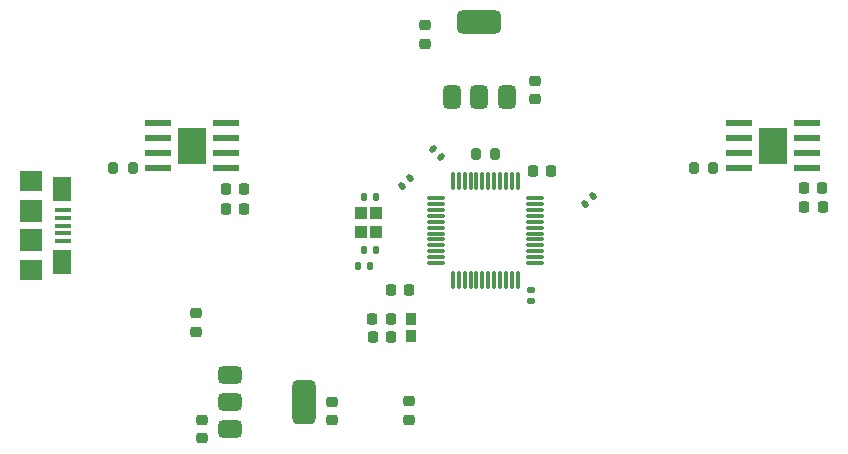
<source format=gtp>
G04 #@! TF.GenerationSoftware,KiCad,Pcbnew,9.0.2+dfsg-1*
G04 #@! TF.CreationDate,2025-08-18T22:10:54-04:00*
G04 #@! TF.ProjectId,Complex_Controller_V1,436f6d70-6c65-4785-9f43-6f6e74726f6c,rev?*
G04 #@! TF.SameCoordinates,Original*
G04 #@! TF.FileFunction,Paste,Top*
G04 #@! TF.FilePolarity,Positive*
%FSLAX46Y46*%
G04 Gerber Fmt 4.6, Leading zero omitted, Abs format (unit mm)*
G04 Created by KiCad (PCBNEW 9.0.2+dfsg-1) date 2025-08-18 22:10:54*
%MOMM*%
%LPD*%
G01*
G04 APERTURE LIST*
G04 Aperture macros list*
%AMRoundRect*
0 Rectangle with rounded corners*
0 $1 Rounding radius*
0 $2 $3 $4 $5 $6 $7 $8 $9 X,Y pos of 4 corners*
0 Add a 4 corners polygon primitive as box body*
4,1,4,$2,$3,$4,$5,$6,$7,$8,$9,$2,$3,0*
0 Add four circle primitives for the rounded corners*
1,1,$1+$1,$2,$3*
1,1,$1+$1,$4,$5*
1,1,$1+$1,$6,$7*
1,1,$1+$1,$8,$9*
0 Add four rect primitives between the rounded corners*
20,1,$1+$1,$2,$3,$4,$5,0*
20,1,$1+$1,$4,$5,$6,$7,0*
20,1,$1+$1,$6,$7,$8,$9,0*
20,1,$1+$1,$8,$9,$2,$3,0*%
G04 Aperture macros list end*
%ADD10RoundRect,0.225000X-0.250000X0.225000X-0.250000X-0.225000X0.250000X-0.225000X0.250000X0.225000X0*%
%ADD11RoundRect,0.140000X0.140000X0.170000X-0.140000X0.170000X-0.140000X-0.170000X0.140000X-0.170000X0*%
%ADD12RoundRect,0.225000X0.250000X-0.225000X0.250000X0.225000X-0.250000X0.225000X-0.250000X-0.225000X0*%
%ADD13RoundRect,0.140000X0.021213X-0.219203X0.219203X-0.021213X-0.021213X0.219203X-0.219203X0.021213X0*%
%ADD14RoundRect,0.200000X-0.200000X-0.275000X0.200000X-0.275000X0.200000X0.275000X-0.200000X0.275000X0*%
%ADD15RoundRect,0.200000X0.200000X0.275000X-0.200000X0.275000X-0.200000X-0.275000X0.200000X-0.275000X0*%
%ADD16R,2.400000X3.100000*%
%ADD17R,2.200000X0.500000*%
%ADD18RoundRect,0.140000X-0.170000X0.140000X-0.170000X-0.140000X0.170000X-0.140000X0.170000X0.140000X0*%
%ADD19R,1.000000X1.100000*%
%ADD20R,0.970000X1.000000*%
%ADD21R,1.350000X0.400000*%
%ADD22R,1.600000X2.100000*%
%ADD23R,1.900000X1.800000*%
%ADD24R,1.900000X1.900000*%
%ADD25RoundRect,0.075000X-0.662500X-0.075000X0.662500X-0.075000X0.662500X0.075000X-0.662500X0.075000X0*%
%ADD26RoundRect,0.075000X-0.075000X-0.662500X0.075000X-0.662500X0.075000X0.662500X-0.075000X0.662500X0*%
%ADD27RoundRect,0.225000X0.225000X0.250000X-0.225000X0.250000X-0.225000X-0.250000X0.225000X-0.250000X0*%
%ADD28RoundRect,0.375000X-0.625000X-0.375000X0.625000X-0.375000X0.625000X0.375000X-0.625000X0.375000X0*%
%ADD29RoundRect,0.500000X-0.500000X-1.400000X0.500000X-1.400000X0.500000X1.400000X-0.500000X1.400000X0*%
%ADD30RoundRect,0.140000X-0.140000X-0.170000X0.140000X-0.170000X0.140000X0.170000X-0.140000X0.170000X0*%
%ADD31RoundRect,0.218750X0.256250X-0.218750X0.256250X0.218750X-0.256250X0.218750X-0.256250X-0.218750X0*%
%ADD32RoundRect,0.375000X0.375000X-0.625000X0.375000X0.625000X-0.375000X0.625000X-0.375000X-0.625000X0*%
%ADD33RoundRect,0.500000X1.400000X-0.500000X1.400000X0.500000X-1.400000X0.500000X-1.400000X-0.500000X0*%
%ADD34RoundRect,0.140000X0.219203X0.021213X0.021213X0.219203X-0.219203X-0.021213X-0.021213X-0.219203X0*%
%ADD35RoundRect,0.225000X-0.225000X-0.250000X0.225000X-0.250000X0.225000X0.250000X-0.225000X0.250000X0*%
G04 APERTURE END LIST*
D10*
X124325000Y-120000000D03*
X124325000Y-121550000D03*
X143216402Y-86628356D03*
X143216402Y-88178356D03*
D11*
X139025003Y-101150000D03*
X138065003Y-101150000D03*
D12*
X141849402Y-120000000D03*
X141849402Y-118450000D03*
D13*
X156745189Y-101745189D03*
X157424011Y-101066367D03*
D14*
X116818185Y-98703894D03*
X118468185Y-98703894D03*
D15*
X149150000Y-97500000D03*
X147500000Y-97500000D03*
D16*
X172675000Y-96800000D03*
D17*
X169800000Y-94895000D03*
X169800000Y-96165000D03*
X169800000Y-97435000D03*
X169800000Y-98705000D03*
X175550000Y-98705000D03*
X175550000Y-97435000D03*
X175550000Y-96165000D03*
X175550000Y-94895000D03*
D16*
X123475000Y-96800000D03*
D17*
X120600000Y-94895000D03*
X120600000Y-96165000D03*
X120600000Y-97435000D03*
X120600000Y-98705000D03*
X126350000Y-98705000D03*
X126350000Y-97435000D03*
X126350000Y-96165000D03*
X126350000Y-94895000D03*
D18*
X152220267Y-109001000D03*
X152220267Y-109961000D03*
D19*
X139025003Y-104150000D03*
X139025002Y-102500000D03*
X137774999Y-102500000D03*
X137775000Y-104150000D03*
D20*
X142003832Y-112962753D03*
X142003832Y-111492753D03*
D21*
X112567349Y-102276281D03*
X112567349Y-102926281D03*
X112567349Y-103576281D03*
X112567349Y-104226281D03*
X112567349Y-104876281D03*
D22*
X112442349Y-100476281D03*
X112442349Y-106676281D03*
D23*
X109892349Y-99776281D03*
D24*
X109892349Y-102376281D03*
X109892349Y-104776281D03*
D23*
X109892349Y-107376281D03*
D25*
X144162500Y-101250000D03*
X144162500Y-101750000D03*
X144162500Y-102250000D03*
X144162500Y-102750000D03*
X144162500Y-103250000D03*
X144162500Y-103750000D03*
X144162500Y-104250000D03*
X144162500Y-104750000D03*
X144162500Y-105250000D03*
X144162500Y-105750000D03*
X144162500Y-106250000D03*
X144162500Y-106750000D03*
D26*
X145575000Y-108162500D03*
X146075000Y-108162500D03*
X146575000Y-108162500D03*
X147075000Y-108162500D03*
X147575000Y-108162500D03*
X148075000Y-108162500D03*
X148575000Y-108162500D03*
X149075000Y-108162500D03*
X149575000Y-108162500D03*
X150075000Y-108162500D03*
X150575000Y-108162500D03*
X151075000Y-108162500D03*
D25*
X152487500Y-106750000D03*
X152487500Y-106250000D03*
X152487500Y-105750000D03*
X152487500Y-105250000D03*
X152487500Y-104750000D03*
X152487500Y-104250000D03*
X152487500Y-103750000D03*
X152487500Y-103250000D03*
X152487500Y-102750000D03*
X152487500Y-102250000D03*
X152487500Y-101750000D03*
X152487500Y-101250000D03*
D26*
X151075000Y-99837500D03*
X150575000Y-99837500D03*
X150075000Y-99837500D03*
X149575000Y-99837500D03*
X149075000Y-99837500D03*
X148575000Y-99837500D03*
X148075000Y-99837500D03*
X147575000Y-99837500D03*
X147075000Y-99837500D03*
X146575000Y-99837500D03*
X146075000Y-99837500D03*
X145575000Y-99837500D03*
D27*
X140314860Y-111455590D03*
X138764860Y-111455590D03*
D10*
X135325000Y-118522986D03*
X135325000Y-120072986D03*
D27*
X140325000Y-113030000D03*
X138775000Y-113030000D03*
X176875000Y-102000000D03*
X175325000Y-102000000D03*
X127897507Y-102191327D03*
X126347507Y-102191327D03*
X141875000Y-109000000D03*
X140325000Y-109000000D03*
D28*
X126675000Y-116200000D03*
X126675000Y-118500000D03*
D29*
X132975000Y-118500000D03*
D28*
X126675000Y-120800000D03*
D30*
X138065003Y-105650000D03*
X139025003Y-105650000D03*
D27*
X176864991Y-100421212D03*
X175314991Y-100421212D03*
D31*
X123825000Y-112575000D03*
X123825000Y-111000000D03*
D32*
X145525000Y-92650000D03*
X147825000Y-92650000D03*
D33*
X147825000Y-86350000D03*
D32*
X150125000Y-92650000D03*
D13*
X141263470Y-100213470D03*
X141942292Y-99534648D03*
D27*
X127875000Y-100500000D03*
X126325000Y-100500000D03*
D34*
X144565925Y-97809075D03*
X143887103Y-97130255D03*
D35*
X152325000Y-98979673D03*
X153875000Y-98979673D03*
D14*
X165963263Y-98703894D03*
X167613263Y-98703894D03*
D12*
X152553147Y-92846280D03*
X152553147Y-91296280D03*
D11*
X138530000Y-107000000D03*
X137570000Y-107000000D03*
M02*

</source>
